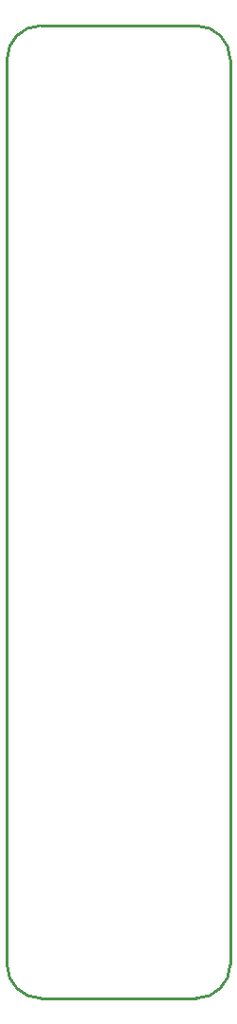
<source format=gko>
G04 Layer: BoardOutline*
G04 EasyEDA v6.4.25, 2021-12-02T14:12:09+11:00*
G04 a67cddfb3fce44daa9051d46cbbcc19f,10*
G04 Gerber Generator version 0.2*
G04 Scale: 100 percent, Rotated: No, Reflected: No *
G04 Dimensions in millimeters *
G04 leading zeros omitted , absolute positions ,4 integer and 5 decimal *
%FSLAX45Y45*%
%MOMM*%

%ADD10C,0.2540*%
D10*
X2000001Y8400000D02*
G01*
X2000001Y299999D01*
X0Y299999D02*
G01*
X0Y8400000D01*
X1699999Y0D02*
G01*
X299999Y0D01*
X299999Y8700000D02*
G01*
X1699999Y8700000D01*
G75*
G01*
X1699999Y8700000D02*
G02*
X2000001Y8400001I3J-299999D01*
G75*
G01*
X2000001Y299999D02*
G02*
X1699999Y0I-299999J0D01*
G75*
G01*
X299999Y0D02*
G02*
X0Y299999I0J299999D01*
G75*
G01*
X0Y8400001D02*
G02*
X299999Y8700000I299999J0D01*

%LPD*%
M02*

</source>
